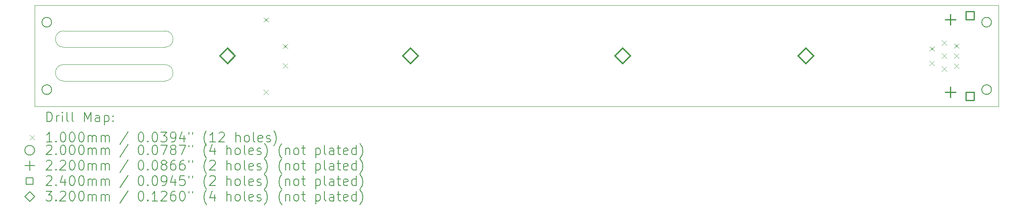
<source format=gbr>
%TF.GenerationSoftware,KiCad,Pcbnew,6.0.10*%
%TF.CreationDate,2023-01-30T14:16:12+03:00*%
%TF.ProjectId,heaters,68656174-6572-4732-9e6b-696361645f70,rev?*%
%TF.SameCoordinates,Original*%
%TF.FileFunction,Drillmap*%
%TF.FilePolarity,Positive*%
%FSLAX45Y45*%
G04 Gerber Fmt 4.5, Leading zero omitted, Abs format (unit mm)*
G04 Created by KiCad (PCBNEW 6.0.10) date 2023-01-30 14:16:12*
%MOMM*%
%LPD*%
G01*
G04 APERTURE LIST*
%ADD10C,0.100000*%
%ADD11C,0.200000*%
%ADD12C,0.220000*%
%ADD13C,0.240000*%
%ADD14C,0.320000*%
G04 APERTURE END LIST*
D10*
X7300000Y-4830000D02*
X5200000Y-4830000D01*
X5200000Y-5170000D02*
X7300000Y-5170000D01*
X7300000Y-5530000D02*
X5200000Y-5530000D01*
X5200000Y-5870000D02*
X7300000Y-5870000D01*
X5200000Y-5530000D02*
G75*
G03*
X5200000Y-5870000I0J-170000D01*
G01*
X5200000Y-4830000D02*
G75*
G03*
X5200000Y-5170000I0J-170000D01*
G01*
X7300000Y-5170000D02*
G75*
G03*
X7300000Y-4830000I0J170000D01*
G01*
X7300000Y-5870000D02*
G75*
G03*
X7300000Y-5530000I0J170000D01*
G01*
X4600000Y-4300000D02*
X24600000Y-4300000D01*
X24600000Y-4300000D02*
X24600000Y-6400000D01*
X24600000Y-6400000D02*
X4600000Y-6400000D01*
X4600000Y-6400000D02*
X4600000Y-4300000D01*
D11*
D10*
X9350000Y-4550000D02*
X9450000Y-4650000D01*
X9450000Y-4550000D02*
X9350000Y-4650000D01*
X9350000Y-6050000D02*
X9450000Y-6150000D01*
X9450000Y-6050000D02*
X9350000Y-6150000D01*
X9750000Y-5100000D02*
X9850000Y-5200000D01*
X9850000Y-5100000D02*
X9750000Y-5200000D01*
X9750000Y-5500000D02*
X9850000Y-5600000D01*
X9850000Y-5500000D02*
X9750000Y-5600000D01*
X23169000Y-5150140D02*
X23269000Y-5250140D01*
X23269000Y-5150140D02*
X23169000Y-5250140D01*
X23169000Y-5449860D02*
X23269000Y-5549860D01*
X23269000Y-5449860D02*
X23169000Y-5549860D01*
X23423000Y-5028220D02*
X23523000Y-5128220D01*
X23523000Y-5028220D02*
X23423000Y-5128220D01*
X23423000Y-5300000D02*
X23523000Y-5400000D01*
X23523000Y-5300000D02*
X23423000Y-5400000D01*
X23423000Y-5571780D02*
X23523000Y-5671780D01*
X23523000Y-5571780D02*
X23423000Y-5671780D01*
X23677000Y-5091720D02*
X23777000Y-5191720D01*
X23777000Y-5091720D02*
X23677000Y-5191720D01*
X23677000Y-5300000D02*
X23777000Y-5400000D01*
X23777000Y-5300000D02*
X23677000Y-5400000D01*
X23677000Y-5508280D02*
X23777000Y-5608280D01*
X23777000Y-5508280D02*
X23677000Y-5608280D01*
D11*
X4950000Y-4650000D02*
G75*
G03*
X4950000Y-4650000I-100000J0D01*
G01*
X4950000Y-6050000D02*
G75*
G03*
X4950000Y-6050000I-100000J0D01*
G01*
X24450000Y-4650000D02*
G75*
G03*
X24450000Y-4650000I-100000J0D01*
G01*
X24450000Y-6050000D02*
G75*
G03*
X24450000Y-6050000I-100000J0D01*
G01*
D12*
X23600000Y-4488160D02*
X23600000Y-4708160D01*
X23490000Y-4598160D02*
X23710000Y-4598160D01*
X23600000Y-5991840D02*
X23600000Y-6211840D01*
X23490000Y-6101840D02*
X23710000Y-6101840D01*
D13*
X24086174Y-4596654D02*
X24086174Y-4426946D01*
X23916466Y-4426946D01*
X23916466Y-4596654D01*
X24086174Y-4596654D01*
X24086174Y-6273054D02*
X24086174Y-6103346D01*
X23916466Y-6103346D01*
X23916466Y-6273054D01*
X24086174Y-6273054D01*
D14*
X8600000Y-5510000D02*
X8760000Y-5350000D01*
X8600000Y-5190000D01*
X8440000Y-5350000D01*
X8600000Y-5510000D01*
X12400000Y-5510000D02*
X12560000Y-5350000D01*
X12400000Y-5190000D01*
X12240000Y-5350000D01*
X12400000Y-5510000D01*
X16800000Y-5510000D02*
X16960000Y-5350000D01*
X16800000Y-5190000D01*
X16640000Y-5350000D01*
X16800000Y-5510000D01*
X20600000Y-5510000D02*
X20760000Y-5350000D01*
X20600000Y-5190000D01*
X20440000Y-5350000D01*
X20600000Y-5510000D01*
D11*
X4852619Y-6715476D02*
X4852619Y-6515476D01*
X4900238Y-6515476D01*
X4928810Y-6525000D01*
X4947857Y-6544048D01*
X4957381Y-6563095D01*
X4966905Y-6601190D01*
X4966905Y-6629762D01*
X4957381Y-6667857D01*
X4947857Y-6686905D01*
X4928810Y-6705952D01*
X4900238Y-6715476D01*
X4852619Y-6715476D01*
X5052619Y-6715476D02*
X5052619Y-6582143D01*
X5052619Y-6620238D02*
X5062143Y-6601190D01*
X5071667Y-6591667D01*
X5090714Y-6582143D01*
X5109762Y-6582143D01*
X5176429Y-6715476D02*
X5176429Y-6582143D01*
X5176429Y-6515476D02*
X5166905Y-6525000D01*
X5176429Y-6534524D01*
X5185952Y-6525000D01*
X5176429Y-6515476D01*
X5176429Y-6534524D01*
X5300238Y-6715476D02*
X5281190Y-6705952D01*
X5271667Y-6686905D01*
X5271667Y-6515476D01*
X5405000Y-6715476D02*
X5385952Y-6705952D01*
X5376429Y-6686905D01*
X5376429Y-6515476D01*
X5633571Y-6715476D02*
X5633571Y-6515476D01*
X5700238Y-6658333D01*
X5766905Y-6515476D01*
X5766905Y-6715476D01*
X5947857Y-6715476D02*
X5947857Y-6610714D01*
X5938333Y-6591667D01*
X5919286Y-6582143D01*
X5881190Y-6582143D01*
X5862143Y-6591667D01*
X5947857Y-6705952D02*
X5928809Y-6715476D01*
X5881190Y-6715476D01*
X5862143Y-6705952D01*
X5852619Y-6686905D01*
X5852619Y-6667857D01*
X5862143Y-6648809D01*
X5881190Y-6639286D01*
X5928809Y-6639286D01*
X5947857Y-6629762D01*
X6043095Y-6582143D02*
X6043095Y-6782143D01*
X6043095Y-6591667D02*
X6062143Y-6582143D01*
X6100238Y-6582143D01*
X6119286Y-6591667D01*
X6128809Y-6601190D01*
X6138333Y-6620238D01*
X6138333Y-6677381D01*
X6128809Y-6696428D01*
X6119286Y-6705952D01*
X6100238Y-6715476D01*
X6062143Y-6715476D01*
X6043095Y-6705952D01*
X6224048Y-6696428D02*
X6233571Y-6705952D01*
X6224048Y-6715476D01*
X6214524Y-6705952D01*
X6224048Y-6696428D01*
X6224048Y-6715476D01*
X6224048Y-6591667D02*
X6233571Y-6601190D01*
X6224048Y-6610714D01*
X6214524Y-6601190D01*
X6224048Y-6591667D01*
X6224048Y-6610714D01*
D10*
X4495000Y-6995000D02*
X4595000Y-7095000D01*
X4595000Y-6995000D02*
X4495000Y-7095000D01*
D11*
X4957381Y-7135476D02*
X4843095Y-7135476D01*
X4900238Y-7135476D02*
X4900238Y-6935476D01*
X4881190Y-6964048D01*
X4862143Y-6983095D01*
X4843095Y-6992619D01*
X5043095Y-7116428D02*
X5052619Y-7125952D01*
X5043095Y-7135476D01*
X5033571Y-7125952D01*
X5043095Y-7116428D01*
X5043095Y-7135476D01*
X5176429Y-6935476D02*
X5195476Y-6935476D01*
X5214524Y-6945000D01*
X5224048Y-6954524D01*
X5233571Y-6973571D01*
X5243095Y-7011667D01*
X5243095Y-7059286D01*
X5233571Y-7097381D01*
X5224048Y-7116428D01*
X5214524Y-7125952D01*
X5195476Y-7135476D01*
X5176429Y-7135476D01*
X5157381Y-7125952D01*
X5147857Y-7116428D01*
X5138333Y-7097381D01*
X5128810Y-7059286D01*
X5128810Y-7011667D01*
X5138333Y-6973571D01*
X5147857Y-6954524D01*
X5157381Y-6945000D01*
X5176429Y-6935476D01*
X5366905Y-6935476D02*
X5385952Y-6935476D01*
X5405000Y-6945000D01*
X5414524Y-6954524D01*
X5424048Y-6973571D01*
X5433571Y-7011667D01*
X5433571Y-7059286D01*
X5424048Y-7097381D01*
X5414524Y-7116428D01*
X5405000Y-7125952D01*
X5385952Y-7135476D01*
X5366905Y-7135476D01*
X5347857Y-7125952D01*
X5338333Y-7116428D01*
X5328810Y-7097381D01*
X5319286Y-7059286D01*
X5319286Y-7011667D01*
X5328810Y-6973571D01*
X5338333Y-6954524D01*
X5347857Y-6945000D01*
X5366905Y-6935476D01*
X5557381Y-6935476D02*
X5576429Y-6935476D01*
X5595476Y-6945000D01*
X5605000Y-6954524D01*
X5614524Y-6973571D01*
X5624048Y-7011667D01*
X5624048Y-7059286D01*
X5614524Y-7097381D01*
X5605000Y-7116428D01*
X5595476Y-7125952D01*
X5576429Y-7135476D01*
X5557381Y-7135476D01*
X5538333Y-7125952D01*
X5528810Y-7116428D01*
X5519286Y-7097381D01*
X5509762Y-7059286D01*
X5509762Y-7011667D01*
X5519286Y-6973571D01*
X5528810Y-6954524D01*
X5538333Y-6945000D01*
X5557381Y-6935476D01*
X5709762Y-7135476D02*
X5709762Y-7002143D01*
X5709762Y-7021190D02*
X5719286Y-7011667D01*
X5738333Y-7002143D01*
X5766905Y-7002143D01*
X5785952Y-7011667D01*
X5795476Y-7030714D01*
X5795476Y-7135476D01*
X5795476Y-7030714D02*
X5805000Y-7011667D01*
X5824048Y-7002143D01*
X5852619Y-7002143D01*
X5871667Y-7011667D01*
X5881190Y-7030714D01*
X5881190Y-7135476D01*
X5976428Y-7135476D02*
X5976428Y-7002143D01*
X5976428Y-7021190D02*
X5985952Y-7011667D01*
X6005000Y-7002143D01*
X6033571Y-7002143D01*
X6052619Y-7011667D01*
X6062143Y-7030714D01*
X6062143Y-7135476D01*
X6062143Y-7030714D02*
X6071667Y-7011667D01*
X6090714Y-7002143D01*
X6119286Y-7002143D01*
X6138333Y-7011667D01*
X6147857Y-7030714D01*
X6147857Y-7135476D01*
X6538333Y-6925952D02*
X6366905Y-7183095D01*
X6795476Y-6935476D02*
X6814524Y-6935476D01*
X6833571Y-6945000D01*
X6843095Y-6954524D01*
X6852619Y-6973571D01*
X6862143Y-7011667D01*
X6862143Y-7059286D01*
X6852619Y-7097381D01*
X6843095Y-7116428D01*
X6833571Y-7125952D01*
X6814524Y-7135476D01*
X6795476Y-7135476D01*
X6776428Y-7125952D01*
X6766905Y-7116428D01*
X6757381Y-7097381D01*
X6747857Y-7059286D01*
X6747857Y-7011667D01*
X6757381Y-6973571D01*
X6766905Y-6954524D01*
X6776428Y-6945000D01*
X6795476Y-6935476D01*
X6947857Y-7116428D02*
X6957381Y-7125952D01*
X6947857Y-7135476D01*
X6938333Y-7125952D01*
X6947857Y-7116428D01*
X6947857Y-7135476D01*
X7081190Y-6935476D02*
X7100238Y-6935476D01*
X7119286Y-6945000D01*
X7128809Y-6954524D01*
X7138333Y-6973571D01*
X7147857Y-7011667D01*
X7147857Y-7059286D01*
X7138333Y-7097381D01*
X7128809Y-7116428D01*
X7119286Y-7125952D01*
X7100238Y-7135476D01*
X7081190Y-7135476D01*
X7062143Y-7125952D01*
X7052619Y-7116428D01*
X7043095Y-7097381D01*
X7033571Y-7059286D01*
X7033571Y-7011667D01*
X7043095Y-6973571D01*
X7052619Y-6954524D01*
X7062143Y-6945000D01*
X7081190Y-6935476D01*
X7214524Y-6935476D02*
X7338333Y-6935476D01*
X7271667Y-7011667D01*
X7300238Y-7011667D01*
X7319286Y-7021190D01*
X7328809Y-7030714D01*
X7338333Y-7049762D01*
X7338333Y-7097381D01*
X7328809Y-7116428D01*
X7319286Y-7125952D01*
X7300238Y-7135476D01*
X7243095Y-7135476D01*
X7224048Y-7125952D01*
X7214524Y-7116428D01*
X7433571Y-7135476D02*
X7471667Y-7135476D01*
X7490714Y-7125952D01*
X7500238Y-7116428D01*
X7519286Y-7087857D01*
X7528809Y-7049762D01*
X7528809Y-6973571D01*
X7519286Y-6954524D01*
X7509762Y-6945000D01*
X7490714Y-6935476D01*
X7452619Y-6935476D01*
X7433571Y-6945000D01*
X7424048Y-6954524D01*
X7414524Y-6973571D01*
X7414524Y-7021190D01*
X7424048Y-7040238D01*
X7433571Y-7049762D01*
X7452619Y-7059286D01*
X7490714Y-7059286D01*
X7509762Y-7049762D01*
X7519286Y-7040238D01*
X7528809Y-7021190D01*
X7700238Y-7002143D02*
X7700238Y-7135476D01*
X7652619Y-6925952D02*
X7605000Y-7068809D01*
X7728809Y-7068809D01*
X7795476Y-6935476D02*
X7795476Y-6973571D01*
X7871667Y-6935476D02*
X7871667Y-6973571D01*
X8166905Y-7211667D02*
X8157381Y-7202143D01*
X8138333Y-7173571D01*
X8128809Y-7154524D01*
X8119286Y-7125952D01*
X8109762Y-7078333D01*
X8109762Y-7040238D01*
X8119286Y-6992619D01*
X8128809Y-6964048D01*
X8138333Y-6945000D01*
X8157381Y-6916428D01*
X8166905Y-6906905D01*
X8347857Y-7135476D02*
X8233571Y-7135476D01*
X8290714Y-7135476D02*
X8290714Y-6935476D01*
X8271667Y-6964048D01*
X8252619Y-6983095D01*
X8233571Y-6992619D01*
X8424048Y-6954524D02*
X8433571Y-6945000D01*
X8452619Y-6935476D01*
X8500238Y-6935476D01*
X8519286Y-6945000D01*
X8528810Y-6954524D01*
X8538333Y-6973571D01*
X8538333Y-6992619D01*
X8528810Y-7021190D01*
X8414524Y-7135476D01*
X8538333Y-7135476D01*
X8776429Y-7135476D02*
X8776429Y-6935476D01*
X8862143Y-7135476D02*
X8862143Y-7030714D01*
X8852619Y-7011667D01*
X8833571Y-7002143D01*
X8805000Y-7002143D01*
X8785952Y-7011667D01*
X8776429Y-7021190D01*
X8985952Y-7135476D02*
X8966905Y-7125952D01*
X8957381Y-7116428D01*
X8947857Y-7097381D01*
X8947857Y-7040238D01*
X8957381Y-7021190D01*
X8966905Y-7011667D01*
X8985952Y-7002143D01*
X9014524Y-7002143D01*
X9033571Y-7011667D01*
X9043095Y-7021190D01*
X9052619Y-7040238D01*
X9052619Y-7097381D01*
X9043095Y-7116428D01*
X9033571Y-7125952D01*
X9014524Y-7135476D01*
X8985952Y-7135476D01*
X9166905Y-7135476D02*
X9147857Y-7125952D01*
X9138333Y-7106905D01*
X9138333Y-6935476D01*
X9319286Y-7125952D02*
X9300238Y-7135476D01*
X9262143Y-7135476D01*
X9243095Y-7125952D01*
X9233571Y-7106905D01*
X9233571Y-7030714D01*
X9243095Y-7011667D01*
X9262143Y-7002143D01*
X9300238Y-7002143D01*
X9319286Y-7011667D01*
X9328810Y-7030714D01*
X9328810Y-7049762D01*
X9233571Y-7068809D01*
X9405000Y-7125952D02*
X9424048Y-7135476D01*
X9462143Y-7135476D01*
X9481190Y-7125952D01*
X9490714Y-7106905D01*
X9490714Y-7097381D01*
X9481190Y-7078333D01*
X9462143Y-7068809D01*
X9433571Y-7068809D01*
X9414524Y-7059286D01*
X9405000Y-7040238D01*
X9405000Y-7030714D01*
X9414524Y-7011667D01*
X9433571Y-7002143D01*
X9462143Y-7002143D01*
X9481190Y-7011667D01*
X9557381Y-7211667D02*
X9566905Y-7202143D01*
X9585952Y-7173571D01*
X9595476Y-7154524D01*
X9605000Y-7125952D01*
X9614524Y-7078333D01*
X9614524Y-7040238D01*
X9605000Y-6992619D01*
X9595476Y-6964048D01*
X9585952Y-6945000D01*
X9566905Y-6916428D01*
X9557381Y-6906905D01*
X4595000Y-7309000D02*
G75*
G03*
X4595000Y-7309000I-100000J0D01*
G01*
X4843095Y-7218524D02*
X4852619Y-7209000D01*
X4871667Y-7199476D01*
X4919286Y-7199476D01*
X4938333Y-7209000D01*
X4947857Y-7218524D01*
X4957381Y-7237571D01*
X4957381Y-7256619D01*
X4947857Y-7285190D01*
X4833571Y-7399476D01*
X4957381Y-7399476D01*
X5043095Y-7380428D02*
X5052619Y-7389952D01*
X5043095Y-7399476D01*
X5033571Y-7389952D01*
X5043095Y-7380428D01*
X5043095Y-7399476D01*
X5176429Y-7199476D02*
X5195476Y-7199476D01*
X5214524Y-7209000D01*
X5224048Y-7218524D01*
X5233571Y-7237571D01*
X5243095Y-7275667D01*
X5243095Y-7323286D01*
X5233571Y-7361381D01*
X5224048Y-7380428D01*
X5214524Y-7389952D01*
X5195476Y-7399476D01*
X5176429Y-7399476D01*
X5157381Y-7389952D01*
X5147857Y-7380428D01*
X5138333Y-7361381D01*
X5128810Y-7323286D01*
X5128810Y-7275667D01*
X5138333Y-7237571D01*
X5147857Y-7218524D01*
X5157381Y-7209000D01*
X5176429Y-7199476D01*
X5366905Y-7199476D02*
X5385952Y-7199476D01*
X5405000Y-7209000D01*
X5414524Y-7218524D01*
X5424048Y-7237571D01*
X5433571Y-7275667D01*
X5433571Y-7323286D01*
X5424048Y-7361381D01*
X5414524Y-7380428D01*
X5405000Y-7389952D01*
X5385952Y-7399476D01*
X5366905Y-7399476D01*
X5347857Y-7389952D01*
X5338333Y-7380428D01*
X5328810Y-7361381D01*
X5319286Y-7323286D01*
X5319286Y-7275667D01*
X5328810Y-7237571D01*
X5338333Y-7218524D01*
X5347857Y-7209000D01*
X5366905Y-7199476D01*
X5557381Y-7199476D02*
X5576429Y-7199476D01*
X5595476Y-7209000D01*
X5605000Y-7218524D01*
X5614524Y-7237571D01*
X5624048Y-7275667D01*
X5624048Y-7323286D01*
X5614524Y-7361381D01*
X5605000Y-7380428D01*
X5595476Y-7389952D01*
X5576429Y-7399476D01*
X5557381Y-7399476D01*
X5538333Y-7389952D01*
X5528810Y-7380428D01*
X5519286Y-7361381D01*
X5509762Y-7323286D01*
X5509762Y-7275667D01*
X5519286Y-7237571D01*
X5528810Y-7218524D01*
X5538333Y-7209000D01*
X5557381Y-7199476D01*
X5709762Y-7399476D02*
X5709762Y-7266143D01*
X5709762Y-7285190D02*
X5719286Y-7275667D01*
X5738333Y-7266143D01*
X5766905Y-7266143D01*
X5785952Y-7275667D01*
X5795476Y-7294714D01*
X5795476Y-7399476D01*
X5795476Y-7294714D02*
X5805000Y-7275667D01*
X5824048Y-7266143D01*
X5852619Y-7266143D01*
X5871667Y-7275667D01*
X5881190Y-7294714D01*
X5881190Y-7399476D01*
X5976428Y-7399476D02*
X5976428Y-7266143D01*
X5976428Y-7285190D02*
X5985952Y-7275667D01*
X6005000Y-7266143D01*
X6033571Y-7266143D01*
X6052619Y-7275667D01*
X6062143Y-7294714D01*
X6062143Y-7399476D01*
X6062143Y-7294714D02*
X6071667Y-7275667D01*
X6090714Y-7266143D01*
X6119286Y-7266143D01*
X6138333Y-7275667D01*
X6147857Y-7294714D01*
X6147857Y-7399476D01*
X6538333Y-7189952D02*
X6366905Y-7447095D01*
X6795476Y-7199476D02*
X6814524Y-7199476D01*
X6833571Y-7209000D01*
X6843095Y-7218524D01*
X6852619Y-7237571D01*
X6862143Y-7275667D01*
X6862143Y-7323286D01*
X6852619Y-7361381D01*
X6843095Y-7380428D01*
X6833571Y-7389952D01*
X6814524Y-7399476D01*
X6795476Y-7399476D01*
X6776428Y-7389952D01*
X6766905Y-7380428D01*
X6757381Y-7361381D01*
X6747857Y-7323286D01*
X6747857Y-7275667D01*
X6757381Y-7237571D01*
X6766905Y-7218524D01*
X6776428Y-7209000D01*
X6795476Y-7199476D01*
X6947857Y-7380428D02*
X6957381Y-7389952D01*
X6947857Y-7399476D01*
X6938333Y-7389952D01*
X6947857Y-7380428D01*
X6947857Y-7399476D01*
X7081190Y-7199476D02*
X7100238Y-7199476D01*
X7119286Y-7209000D01*
X7128809Y-7218524D01*
X7138333Y-7237571D01*
X7147857Y-7275667D01*
X7147857Y-7323286D01*
X7138333Y-7361381D01*
X7128809Y-7380428D01*
X7119286Y-7389952D01*
X7100238Y-7399476D01*
X7081190Y-7399476D01*
X7062143Y-7389952D01*
X7052619Y-7380428D01*
X7043095Y-7361381D01*
X7033571Y-7323286D01*
X7033571Y-7275667D01*
X7043095Y-7237571D01*
X7052619Y-7218524D01*
X7062143Y-7209000D01*
X7081190Y-7199476D01*
X7214524Y-7199476D02*
X7347857Y-7199476D01*
X7262143Y-7399476D01*
X7452619Y-7285190D02*
X7433571Y-7275667D01*
X7424048Y-7266143D01*
X7414524Y-7247095D01*
X7414524Y-7237571D01*
X7424048Y-7218524D01*
X7433571Y-7209000D01*
X7452619Y-7199476D01*
X7490714Y-7199476D01*
X7509762Y-7209000D01*
X7519286Y-7218524D01*
X7528809Y-7237571D01*
X7528809Y-7247095D01*
X7519286Y-7266143D01*
X7509762Y-7275667D01*
X7490714Y-7285190D01*
X7452619Y-7285190D01*
X7433571Y-7294714D01*
X7424048Y-7304238D01*
X7414524Y-7323286D01*
X7414524Y-7361381D01*
X7424048Y-7380428D01*
X7433571Y-7389952D01*
X7452619Y-7399476D01*
X7490714Y-7399476D01*
X7509762Y-7389952D01*
X7519286Y-7380428D01*
X7528809Y-7361381D01*
X7528809Y-7323286D01*
X7519286Y-7304238D01*
X7509762Y-7294714D01*
X7490714Y-7285190D01*
X7595476Y-7199476D02*
X7728809Y-7199476D01*
X7643095Y-7399476D01*
X7795476Y-7199476D02*
X7795476Y-7237571D01*
X7871667Y-7199476D02*
X7871667Y-7237571D01*
X8166905Y-7475667D02*
X8157381Y-7466143D01*
X8138333Y-7437571D01*
X8128809Y-7418524D01*
X8119286Y-7389952D01*
X8109762Y-7342333D01*
X8109762Y-7304238D01*
X8119286Y-7256619D01*
X8128809Y-7228048D01*
X8138333Y-7209000D01*
X8157381Y-7180428D01*
X8166905Y-7170905D01*
X8328809Y-7266143D02*
X8328809Y-7399476D01*
X8281190Y-7189952D02*
X8233571Y-7332809D01*
X8357381Y-7332809D01*
X8585952Y-7399476D02*
X8585952Y-7199476D01*
X8671667Y-7399476D02*
X8671667Y-7294714D01*
X8662143Y-7275667D01*
X8643095Y-7266143D01*
X8614524Y-7266143D01*
X8595476Y-7275667D01*
X8585952Y-7285190D01*
X8795476Y-7399476D02*
X8776429Y-7389952D01*
X8766905Y-7380428D01*
X8757381Y-7361381D01*
X8757381Y-7304238D01*
X8766905Y-7285190D01*
X8776429Y-7275667D01*
X8795476Y-7266143D01*
X8824048Y-7266143D01*
X8843095Y-7275667D01*
X8852619Y-7285190D01*
X8862143Y-7304238D01*
X8862143Y-7361381D01*
X8852619Y-7380428D01*
X8843095Y-7389952D01*
X8824048Y-7399476D01*
X8795476Y-7399476D01*
X8976429Y-7399476D02*
X8957381Y-7389952D01*
X8947857Y-7370905D01*
X8947857Y-7199476D01*
X9128810Y-7389952D02*
X9109762Y-7399476D01*
X9071667Y-7399476D01*
X9052619Y-7389952D01*
X9043095Y-7370905D01*
X9043095Y-7294714D01*
X9052619Y-7275667D01*
X9071667Y-7266143D01*
X9109762Y-7266143D01*
X9128810Y-7275667D01*
X9138333Y-7294714D01*
X9138333Y-7313762D01*
X9043095Y-7332809D01*
X9214524Y-7389952D02*
X9233571Y-7399476D01*
X9271667Y-7399476D01*
X9290714Y-7389952D01*
X9300238Y-7370905D01*
X9300238Y-7361381D01*
X9290714Y-7342333D01*
X9271667Y-7332809D01*
X9243095Y-7332809D01*
X9224048Y-7323286D01*
X9214524Y-7304238D01*
X9214524Y-7294714D01*
X9224048Y-7275667D01*
X9243095Y-7266143D01*
X9271667Y-7266143D01*
X9290714Y-7275667D01*
X9366905Y-7475667D02*
X9376429Y-7466143D01*
X9395476Y-7437571D01*
X9405000Y-7418524D01*
X9414524Y-7389952D01*
X9424048Y-7342333D01*
X9424048Y-7304238D01*
X9414524Y-7256619D01*
X9405000Y-7228048D01*
X9395476Y-7209000D01*
X9376429Y-7180428D01*
X9366905Y-7170905D01*
X9728810Y-7475667D02*
X9719286Y-7466143D01*
X9700238Y-7437571D01*
X9690714Y-7418524D01*
X9681190Y-7389952D01*
X9671667Y-7342333D01*
X9671667Y-7304238D01*
X9681190Y-7256619D01*
X9690714Y-7228048D01*
X9700238Y-7209000D01*
X9719286Y-7180428D01*
X9728810Y-7170905D01*
X9805000Y-7266143D02*
X9805000Y-7399476D01*
X9805000Y-7285190D02*
X9814524Y-7275667D01*
X9833571Y-7266143D01*
X9862143Y-7266143D01*
X9881190Y-7275667D01*
X9890714Y-7294714D01*
X9890714Y-7399476D01*
X10014524Y-7399476D02*
X9995476Y-7389952D01*
X9985952Y-7380428D01*
X9976429Y-7361381D01*
X9976429Y-7304238D01*
X9985952Y-7285190D01*
X9995476Y-7275667D01*
X10014524Y-7266143D01*
X10043095Y-7266143D01*
X10062143Y-7275667D01*
X10071667Y-7285190D01*
X10081190Y-7304238D01*
X10081190Y-7361381D01*
X10071667Y-7380428D01*
X10062143Y-7389952D01*
X10043095Y-7399476D01*
X10014524Y-7399476D01*
X10138333Y-7266143D02*
X10214524Y-7266143D01*
X10166905Y-7199476D02*
X10166905Y-7370905D01*
X10176429Y-7389952D01*
X10195476Y-7399476D01*
X10214524Y-7399476D01*
X10433571Y-7266143D02*
X10433571Y-7466143D01*
X10433571Y-7275667D02*
X10452619Y-7266143D01*
X10490714Y-7266143D01*
X10509762Y-7275667D01*
X10519286Y-7285190D01*
X10528810Y-7304238D01*
X10528810Y-7361381D01*
X10519286Y-7380428D01*
X10509762Y-7389952D01*
X10490714Y-7399476D01*
X10452619Y-7399476D01*
X10433571Y-7389952D01*
X10643095Y-7399476D02*
X10624048Y-7389952D01*
X10614524Y-7370905D01*
X10614524Y-7199476D01*
X10805000Y-7399476D02*
X10805000Y-7294714D01*
X10795476Y-7275667D01*
X10776429Y-7266143D01*
X10738333Y-7266143D01*
X10719286Y-7275667D01*
X10805000Y-7389952D02*
X10785952Y-7399476D01*
X10738333Y-7399476D01*
X10719286Y-7389952D01*
X10709762Y-7370905D01*
X10709762Y-7351857D01*
X10719286Y-7332809D01*
X10738333Y-7323286D01*
X10785952Y-7323286D01*
X10805000Y-7313762D01*
X10871667Y-7266143D02*
X10947857Y-7266143D01*
X10900238Y-7199476D02*
X10900238Y-7370905D01*
X10909762Y-7389952D01*
X10928810Y-7399476D01*
X10947857Y-7399476D01*
X11090714Y-7389952D02*
X11071667Y-7399476D01*
X11033571Y-7399476D01*
X11014524Y-7389952D01*
X11005000Y-7370905D01*
X11005000Y-7294714D01*
X11014524Y-7275667D01*
X11033571Y-7266143D01*
X11071667Y-7266143D01*
X11090714Y-7275667D01*
X11100238Y-7294714D01*
X11100238Y-7313762D01*
X11005000Y-7332809D01*
X11271667Y-7399476D02*
X11271667Y-7199476D01*
X11271667Y-7389952D02*
X11252619Y-7399476D01*
X11214524Y-7399476D01*
X11195476Y-7389952D01*
X11185952Y-7380428D01*
X11176429Y-7361381D01*
X11176429Y-7304238D01*
X11185952Y-7285190D01*
X11195476Y-7275667D01*
X11214524Y-7266143D01*
X11252619Y-7266143D01*
X11271667Y-7275667D01*
X11347857Y-7475667D02*
X11357381Y-7466143D01*
X11376428Y-7437571D01*
X11385952Y-7418524D01*
X11395476Y-7389952D01*
X11405000Y-7342333D01*
X11405000Y-7304238D01*
X11395476Y-7256619D01*
X11385952Y-7228048D01*
X11376428Y-7209000D01*
X11357381Y-7180428D01*
X11347857Y-7170905D01*
X4495000Y-7529000D02*
X4495000Y-7729000D01*
X4395000Y-7629000D02*
X4595000Y-7629000D01*
X4843095Y-7538524D02*
X4852619Y-7529000D01*
X4871667Y-7519476D01*
X4919286Y-7519476D01*
X4938333Y-7529000D01*
X4947857Y-7538524D01*
X4957381Y-7557571D01*
X4957381Y-7576619D01*
X4947857Y-7605190D01*
X4833571Y-7719476D01*
X4957381Y-7719476D01*
X5043095Y-7700428D02*
X5052619Y-7709952D01*
X5043095Y-7719476D01*
X5033571Y-7709952D01*
X5043095Y-7700428D01*
X5043095Y-7719476D01*
X5128810Y-7538524D02*
X5138333Y-7529000D01*
X5157381Y-7519476D01*
X5205000Y-7519476D01*
X5224048Y-7529000D01*
X5233571Y-7538524D01*
X5243095Y-7557571D01*
X5243095Y-7576619D01*
X5233571Y-7605190D01*
X5119286Y-7719476D01*
X5243095Y-7719476D01*
X5366905Y-7519476D02*
X5385952Y-7519476D01*
X5405000Y-7529000D01*
X5414524Y-7538524D01*
X5424048Y-7557571D01*
X5433571Y-7595667D01*
X5433571Y-7643286D01*
X5424048Y-7681381D01*
X5414524Y-7700428D01*
X5405000Y-7709952D01*
X5385952Y-7719476D01*
X5366905Y-7719476D01*
X5347857Y-7709952D01*
X5338333Y-7700428D01*
X5328810Y-7681381D01*
X5319286Y-7643286D01*
X5319286Y-7595667D01*
X5328810Y-7557571D01*
X5338333Y-7538524D01*
X5347857Y-7529000D01*
X5366905Y-7519476D01*
X5557381Y-7519476D02*
X5576429Y-7519476D01*
X5595476Y-7529000D01*
X5605000Y-7538524D01*
X5614524Y-7557571D01*
X5624048Y-7595667D01*
X5624048Y-7643286D01*
X5614524Y-7681381D01*
X5605000Y-7700428D01*
X5595476Y-7709952D01*
X5576429Y-7719476D01*
X5557381Y-7719476D01*
X5538333Y-7709952D01*
X5528810Y-7700428D01*
X5519286Y-7681381D01*
X5509762Y-7643286D01*
X5509762Y-7595667D01*
X5519286Y-7557571D01*
X5528810Y-7538524D01*
X5538333Y-7529000D01*
X5557381Y-7519476D01*
X5709762Y-7719476D02*
X5709762Y-7586143D01*
X5709762Y-7605190D02*
X5719286Y-7595667D01*
X5738333Y-7586143D01*
X5766905Y-7586143D01*
X5785952Y-7595667D01*
X5795476Y-7614714D01*
X5795476Y-7719476D01*
X5795476Y-7614714D02*
X5805000Y-7595667D01*
X5824048Y-7586143D01*
X5852619Y-7586143D01*
X5871667Y-7595667D01*
X5881190Y-7614714D01*
X5881190Y-7719476D01*
X5976428Y-7719476D02*
X5976428Y-7586143D01*
X5976428Y-7605190D02*
X5985952Y-7595667D01*
X6005000Y-7586143D01*
X6033571Y-7586143D01*
X6052619Y-7595667D01*
X6062143Y-7614714D01*
X6062143Y-7719476D01*
X6062143Y-7614714D02*
X6071667Y-7595667D01*
X6090714Y-7586143D01*
X6119286Y-7586143D01*
X6138333Y-7595667D01*
X6147857Y-7614714D01*
X6147857Y-7719476D01*
X6538333Y-7509952D02*
X6366905Y-7767095D01*
X6795476Y-7519476D02*
X6814524Y-7519476D01*
X6833571Y-7529000D01*
X6843095Y-7538524D01*
X6852619Y-7557571D01*
X6862143Y-7595667D01*
X6862143Y-7643286D01*
X6852619Y-7681381D01*
X6843095Y-7700428D01*
X6833571Y-7709952D01*
X6814524Y-7719476D01*
X6795476Y-7719476D01*
X6776428Y-7709952D01*
X6766905Y-7700428D01*
X6757381Y-7681381D01*
X6747857Y-7643286D01*
X6747857Y-7595667D01*
X6757381Y-7557571D01*
X6766905Y-7538524D01*
X6776428Y-7529000D01*
X6795476Y-7519476D01*
X6947857Y-7700428D02*
X6957381Y-7709952D01*
X6947857Y-7719476D01*
X6938333Y-7709952D01*
X6947857Y-7700428D01*
X6947857Y-7719476D01*
X7081190Y-7519476D02*
X7100238Y-7519476D01*
X7119286Y-7529000D01*
X7128809Y-7538524D01*
X7138333Y-7557571D01*
X7147857Y-7595667D01*
X7147857Y-7643286D01*
X7138333Y-7681381D01*
X7128809Y-7700428D01*
X7119286Y-7709952D01*
X7100238Y-7719476D01*
X7081190Y-7719476D01*
X7062143Y-7709952D01*
X7052619Y-7700428D01*
X7043095Y-7681381D01*
X7033571Y-7643286D01*
X7033571Y-7595667D01*
X7043095Y-7557571D01*
X7052619Y-7538524D01*
X7062143Y-7529000D01*
X7081190Y-7519476D01*
X7262143Y-7605190D02*
X7243095Y-7595667D01*
X7233571Y-7586143D01*
X7224048Y-7567095D01*
X7224048Y-7557571D01*
X7233571Y-7538524D01*
X7243095Y-7529000D01*
X7262143Y-7519476D01*
X7300238Y-7519476D01*
X7319286Y-7529000D01*
X7328809Y-7538524D01*
X7338333Y-7557571D01*
X7338333Y-7567095D01*
X7328809Y-7586143D01*
X7319286Y-7595667D01*
X7300238Y-7605190D01*
X7262143Y-7605190D01*
X7243095Y-7614714D01*
X7233571Y-7624238D01*
X7224048Y-7643286D01*
X7224048Y-7681381D01*
X7233571Y-7700428D01*
X7243095Y-7709952D01*
X7262143Y-7719476D01*
X7300238Y-7719476D01*
X7319286Y-7709952D01*
X7328809Y-7700428D01*
X7338333Y-7681381D01*
X7338333Y-7643286D01*
X7328809Y-7624238D01*
X7319286Y-7614714D01*
X7300238Y-7605190D01*
X7509762Y-7519476D02*
X7471667Y-7519476D01*
X7452619Y-7529000D01*
X7443095Y-7538524D01*
X7424048Y-7567095D01*
X7414524Y-7605190D01*
X7414524Y-7681381D01*
X7424048Y-7700428D01*
X7433571Y-7709952D01*
X7452619Y-7719476D01*
X7490714Y-7719476D01*
X7509762Y-7709952D01*
X7519286Y-7700428D01*
X7528809Y-7681381D01*
X7528809Y-7633762D01*
X7519286Y-7614714D01*
X7509762Y-7605190D01*
X7490714Y-7595667D01*
X7452619Y-7595667D01*
X7433571Y-7605190D01*
X7424048Y-7614714D01*
X7414524Y-7633762D01*
X7700238Y-7519476D02*
X7662143Y-7519476D01*
X7643095Y-7529000D01*
X7633571Y-7538524D01*
X7614524Y-7567095D01*
X7605000Y-7605190D01*
X7605000Y-7681381D01*
X7614524Y-7700428D01*
X7624048Y-7709952D01*
X7643095Y-7719476D01*
X7681190Y-7719476D01*
X7700238Y-7709952D01*
X7709762Y-7700428D01*
X7719286Y-7681381D01*
X7719286Y-7633762D01*
X7709762Y-7614714D01*
X7700238Y-7605190D01*
X7681190Y-7595667D01*
X7643095Y-7595667D01*
X7624048Y-7605190D01*
X7614524Y-7614714D01*
X7605000Y-7633762D01*
X7795476Y-7519476D02*
X7795476Y-7557571D01*
X7871667Y-7519476D02*
X7871667Y-7557571D01*
X8166905Y-7795667D02*
X8157381Y-7786143D01*
X8138333Y-7757571D01*
X8128809Y-7738524D01*
X8119286Y-7709952D01*
X8109762Y-7662333D01*
X8109762Y-7624238D01*
X8119286Y-7576619D01*
X8128809Y-7548048D01*
X8138333Y-7529000D01*
X8157381Y-7500428D01*
X8166905Y-7490905D01*
X8233571Y-7538524D02*
X8243095Y-7529000D01*
X8262143Y-7519476D01*
X8309762Y-7519476D01*
X8328809Y-7529000D01*
X8338333Y-7538524D01*
X8347857Y-7557571D01*
X8347857Y-7576619D01*
X8338333Y-7605190D01*
X8224048Y-7719476D01*
X8347857Y-7719476D01*
X8585952Y-7719476D02*
X8585952Y-7519476D01*
X8671667Y-7719476D02*
X8671667Y-7614714D01*
X8662143Y-7595667D01*
X8643095Y-7586143D01*
X8614524Y-7586143D01*
X8595476Y-7595667D01*
X8585952Y-7605190D01*
X8795476Y-7719476D02*
X8776429Y-7709952D01*
X8766905Y-7700428D01*
X8757381Y-7681381D01*
X8757381Y-7624238D01*
X8766905Y-7605190D01*
X8776429Y-7595667D01*
X8795476Y-7586143D01*
X8824048Y-7586143D01*
X8843095Y-7595667D01*
X8852619Y-7605190D01*
X8862143Y-7624238D01*
X8862143Y-7681381D01*
X8852619Y-7700428D01*
X8843095Y-7709952D01*
X8824048Y-7719476D01*
X8795476Y-7719476D01*
X8976429Y-7719476D02*
X8957381Y-7709952D01*
X8947857Y-7690905D01*
X8947857Y-7519476D01*
X9128810Y-7709952D02*
X9109762Y-7719476D01*
X9071667Y-7719476D01*
X9052619Y-7709952D01*
X9043095Y-7690905D01*
X9043095Y-7614714D01*
X9052619Y-7595667D01*
X9071667Y-7586143D01*
X9109762Y-7586143D01*
X9128810Y-7595667D01*
X9138333Y-7614714D01*
X9138333Y-7633762D01*
X9043095Y-7652809D01*
X9214524Y-7709952D02*
X9233571Y-7719476D01*
X9271667Y-7719476D01*
X9290714Y-7709952D01*
X9300238Y-7690905D01*
X9300238Y-7681381D01*
X9290714Y-7662333D01*
X9271667Y-7652809D01*
X9243095Y-7652809D01*
X9224048Y-7643286D01*
X9214524Y-7624238D01*
X9214524Y-7614714D01*
X9224048Y-7595667D01*
X9243095Y-7586143D01*
X9271667Y-7586143D01*
X9290714Y-7595667D01*
X9366905Y-7795667D02*
X9376429Y-7786143D01*
X9395476Y-7757571D01*
X9405000Y-7738524D01*
X9414524Y-7709952D01*
X9424048Y-7662333D01*
X9424048Y-7624238D01*
X9414524Y-7576619D01*
X9405000Y-7548048D01*
X9395476Y-7529000D01*
X9376429Y-7500428D01*
X9366905Y-7490905D01*
X9728810Y-7795667D02*
X9719286Y-7786143D01*
X9700238Y-7757571D01*
X9690714Y-7738524D01*
X9681190Y-7709952D01*
X9671667Y-7662333D01*
X9671667Y-7624238D01*
X9681190Y-7576619D01*
X9690714Y-7548048D01*
X9700238Y-7529000D01*
X9719286Y-7500428D01*
X9728810Y-7490905D01*
X9805000Y-7586143D02*
X9805000Y-7719476D01*
X9805000Y-7605190D02*
X9814524Y-7595667D01*
X9833571Y-7586143D01*
X9862143Y-7586143D01*
X9881190Y-7595667D01*
X9890714Y-7614714D01*
X9890714Y-7719476D01*
X10014524Y-7719476D02*
X9995476Y-7709952D01*
X9985952Y-7700428D01*
X9976429Y-7681381D01*
X9976429Y-7624238D01*
X9985952Y-7605190D01*
X9995476Y-7595667D01*
X10014524Y-7586143D01*
X10043095Y-7586143D01*
X10062143Y-7595667D01*
X10071667Y-7605190D01*
X10081190Y-7624238D01*
X10081190Y-7681381D01*
X10071667Y-7700428D01*
X10062143Y-7709952D01*
X10043095Y-7719476D01*
X10014524Y-7719476D01*
X10138333Y-7586143D02*
X10214524Y-7586143D01*
X10166905Y-7519476D02*
X10166905Y-7690905D01*
X10176429Y-7709952D01*
X10195476Y-7719476D01*
X10214524Y-7719476D01*
X10433571Y-7586143D02*
X10433571Y-7786143D01*
X10433571Y-7595667D02*
X10452619Y-7586143D01*
X10490714Y-7586143D01*
X10509762Y-7595667D01*
X10519286Y-7605190D01*
X10528810Y-7624238D01*
X10528810Y-7681381D01*
X10519286Y-7700428D01*
X10509762Y-7709952D01*
X10490714Y-7719476D01*
X10452619Y-7719476D01*
X10433571Y-7709952D01*
X10643095Y-7719476D02*
X10624048Y-7709952D01*
X10614524Y-7690905D01*
X10614524Y-7519476D01*
X10805000Y-7719476D02*
X10805000Y-7614714D01*
X10795476Y-7595667D01*
X10776429Y-7586143D01*
X10738333Y-7586143D01*
X10719286Y-7595667D01*
X10805000Y-7709952D02*
X10785952Y-7719476D01*
X10738333Y-7719476D01*
X10719286Y-7709952D01*
X10709762Y-7690905D01*
X10709762Y-7671857D01*
X10719286Y-7652809D01*
X10738333Y-7643286D01*
X10785952Y-7643286D01*
X10805000Y-7633762D01*
X10871667Y-7586143D02*
X10947857Y-7586143D01*
X10900238Y-7519476D02*
X10900238Y-7690905D01*
X10909762Y-7709952D01*
X10928810Y-7719476D01*
X10947857Y-7719476D01*
X11090714Y-7709952D02*
X11071667Y-7719476D01*
X11033571Y-7719476D01*
X11014524Y-7709952D01*
X11005000Y-7690905D01*
X11005000Y-7614714D01*
X11014524Y-7595667D01*
X11033571Y-7586143D01*
X11071667Y-7586143D01*
X11090714Y-7595667D01*
X11100238Y-7614714D01*
X11100238Y-7633762D01*
X11005000Y-7652809D01*
X11271667Y-7719476D02*
X11271667Y-7519476D01*
X11271667Y-7709952D02*
X11252619Y-7719476D01*
X11214524Y-7719476D01*
X11195476Y-7709952D01*
X11185952Y-7700428D01*
X11176429Y-7681381D01*
X11176429Y-7624238D01*
X11185952Y-7605190D01*
X11195476Y-7595667D01*
X11214524Y-7586143D01*
X11252619Y-7586143D01*
X11271667Y-7595667D01*
X11347857Y-7795667D02*
X11357381Y-7786143D01*
X11376428Y-7757571D01*
X11385952Y-7738524D01*
X11395476Y-7709952D01*
X11405000Y-7662333D01*
X11405000Y-7624238D01*
X11395476Y-7576619D01*
X11385952Y-7548048D01*
X11376428Y-7529000D01*
X11357381Y-7500428D01*
X11347857Y-7490905D01*
X4565711Y-8019711D02*
X4565711Y-7878289D01*
X4424289Y-7878289D01*
X4424289Y-8019711D01*
X4565711Y-8019711D01*
X4843095Y-7858524D02*
X4852619Y-7849000D01*
X4871667Y-7839476D01*
X4919286Y-7839476D01*
X4938333Y-7849000D01*
X4947857Y-7858524D01*
X4957381Y-7877571D01*
X4957381Y-7896619D01*
X4947857Y-7925190D01*
X4833571Y-8039476D01*
X4957381Y-8039476D01*
X5043095Y-8020428D02*
X5052619Y-8029952D01*
X5043095Y-8039476D01*
X5033571Y-8029952D01*
X5043095Y-8020428D01*
X5043095Y-8039476D01*
X5224048Y-7906143D02*
X5224048Y-8039476D01*
X5176429Y-7829952D02*
X5128810Y-7972809D01*
X5252619Y-7972809D01*
X5366905Y-7839476D02*
X5385952Y-7839476D01*
X5405000Y-7849000D01*
X5414524Y-7858524D01*
X5424048Y-7877571D01*
X5433571Y-7915667D01*
X5433571Y-7963286D01*
X5424048Y-8001381D01*
X5414524Y-8020428D01*
X5405000Y-8029952D01*
X5385952Y-8039476D01*
X5366905Y-8039476D01*
X5347857Y-8029952D01*
X5338333Y-8020428D01*
X5328810Y-8001381D01*
X5319286Y-7963286D01*
X5319286Y-7915667D01*
X5328810Y-7877571D01*
X5338333Y-7858524D01*
X5347857Y-7849000D01*
X5366905Y-7839476D01*
X5557381Y-7839476D02*
X5576429Y-7839476D01*
X5595476Y-7849000D01*
X5605000Y-7858524D01*
X5614524Y-7877571D01*
X5624048Y-7915667D01*
X5624048Y-7963286D01*
X5614524Y-8001381D01*
X5605000Y-8020428D01*
X5595476Y-8029952D01*
X5576429Y-8039476D01*
X5557381Y-8039476D01*
X5538333Y-8029952D01*
X5528810Y-8020428D01*
X5519286Y-8001381D01*
X5509762Y-7963286D01*
X5509762Y-7915667D01*
X5519286Y-7877571D01*
X5528810Y-7858524D01*
X5538333Y-7849000D01*
X5557381Y-7839476D01*
X5709762Y-8039476D02*
X5709762Y-7906143D01*
X5709762Y-7925190D02*
X5719286Y-7915667D01*
X5738333Y-7906143D01*
X5766905Y-7906143D01*
X5785952Y-7915667D01*
X5795476Y-7934714D01*
X5795476Y-8039476D01*
X5795476Y-7934714D02*
X5805000Y-7915667D01*
X5824048Y-7906143D01*
X5852619Y-7906143D01*
X5871667Y-7915667D01*
X5881190Y-7934714D01*
X5881190Y-8039476D01*
X5976428Y-8039476D02*
X5976428Y-7906143D01*
X5976428Y-7925190D02*
X5985952Y-7915667D01*
X6005000Y-7906143D01*
X6033571Y-7906143D01*
X6052619Y-7915667D01*
X6062143Y-7934714D01*
X6062143Y-8039476D01*
X6062143Y-7934714D02*
X6071667Y-7915667D01*
X6090714Y-7906143D01*
X6119286Y-7906143D01*
X6138333Y-7915667D01*
X6147857Y-7934714D01*
X6147857Y-8039476D01*
X6538333Y-7829952D02*
X6366905Y-8087095D01*
X6795476Y-7839476D02*
X6814524Y-7839476D01*
X6833571Y-7849000D01*
X6843095Y-7858524D01*
X6852619Y-7877571D01*
X6862143Y-7915667D01*
X6862143Y-7963286D01*
X6852619Y-8001381D01*
X6843095Y-8020428D01*
X6833571Y-8029952D01*
X6814524Y-8039476D01*
X6795476Y-8039476D01*
X6776428Y-8029952D01*
X6766905Y-8020428D01*
X6757381Y-8001381D01*
X6747857Y-7963286D01*
X6747857Y-7915667D01*
X6757381Y-7877571D01*
X6766905Y-7858524D01*
X6776428Y-7849000D01*
X6795476Y-7839476D01*
X6947857Y-8020428D02*
X6957381Y-8029952D01*
X6947857Y-8039476D01*
X6938333Y-8029952D01*
X6947857Y-8020428D01*
X6947857Y-8039476D01*
X7081190Y-7839476D02*
X7100238Y-7839476D01*
X7119286Y-7849000D01*
X7128809Y-7858524D01*
X7138333Y-7877571D01*
X7147857Y-7915667D01*
X7147857Y-7963286D01*
X7138333Y-8001381D01*
X7128809Y-8020428D01*
X7119286Y-8029952D01*
X7100238Y-8039476D01*
X7081190Y-8039476D01*
X7062143Y-8029952D01*
X7052619Y-8020428D01*
X7043095Y-8001381D01*
X7033571Y-7963286D01*
X7033571Y-7915667D01*
X7043095Y-7877571D01*
X7052619Y-7858524D01*
X7062143Y-7849000D01*
X7081190Y-7839476D01*
X7243095Y-8039476D02*
X7281190Y-8039476D01*
X7300238Y-8029952D01*
X7309762Y-8020428D01*
X7328809Y-7991857D01*
X7338333Y-7953762D01*
X7338333Y-7877571D01*
X7328809Y-7858524D01*
X7319286Y-7849000D01*
X7300238Y-7839476D01*
X7262143Y-7839476D01*
X7243095Y-7849000D01*
X7233571Y-7858524D01*
X7224048Y-7877571D01*
X7224048Y-7925190D01*
X7233571Y-7944238D01*
X7243095Y-7953762D01*
X7262143Y-7963286D01*
X7300238Y-7963286D01*
X7319286Y-7953762D01*
X7328809Y-7944238D01*
X7338333Y-7925190D01*
X7509762Y-7906143D02*
X7509762Y-8039476D01*
X7462143Y-7829952D02*
X7414524Y-7972809D01*
X7538333Y-7972809D01*
X7709762Y-7839476D02*
X7614524Y-7839476D01*
X7605000Y-7934714D01*
X7614524Y-7925190D01*
X7633571Y-7915667D01*
X7681190Y-7915667D01*
X7700238Y-7925190D01*
X7709762Y-7934714D01*
X7719286Y-7953762D01*
X7719286Y-8001381D01*
X7709762Y-8020428D01*
X7700238Y-8029952D01*
X7681190Y-8039476D01*
X7633571Y-8039476D01*
X7614524Y-8029952D01*
X7605000Y-8020428D01*
X7795476Y-7839476D02*
X7795476Y-7877571D01*
X7871667Y-7839476D02*
X7871667Y-7877571D01*
X8166905Y-8115667D02*
X8157381Y-8106143D01*
X8138333Y-8077571D01*
X8128809Y-8058524D01*
X8119286Y-8029952D01*
X8109762Y-7982333D01*
X8109762Y-7944238D01*
X8119286Y-7896619D01*
X8128809Y-7868048D01*
X8138333Y-7849000D01*
X8157381Y-7820428D01*
X8166905Y-7810905D01*
X8233571Y-7858524D02*
X8243095Y-7849000D01*
X8262143Y-7839476D01*
X8309762Y-7839476D01*
X8328809Y-7849000D01*
X8338333Y-7858524D01*
X8347857Y-7877571D01*
X8347857Y-7896619D01*
X8338333Y-7925190D01*
X8224048Y-8039476D01*
X8347857Y-8039476D01*
X8585952Y-8039476D02*
X8585952Y-7839476D01*
X8671667Y-8039476D02*
X8671667Y-7934714D01*
X8662143Y-7915667D01*
X8643095Y-7906143D01*
X8614524Y-7906143D01*
X8595476Y-7915667D01*
X8585952Y-7925190D01*
X8795476Y-8039476D02*
X8776429Y-8029952D01*
X8766905Y-8020428D01*
X8757381Y-8001381D01*
X8757381Y-7944238D01*
X8766905Y-7925190D01*
X8776429Y-7915667D01*
X8795476Y-7906143D01*
X8824048Y-7906143D01*
X8843095Y-7915667D01*
X8852619Y-7925190D01*
X8862143Y-7944238D01*
X8862143Y-8001381D01*
X8852619Y-8020428D01*
X8843095Y-8029952D01*
X8824048Y-8039476D01*
X8795476Y-8039476D01*
X8976429Y-8039476D02*
X8957381Y-8029952D01*
X8947857Y-8010905D01*
X8947857Y-7839476D01*
X9128810Y-8029952D02*
X9109762Y-8039476D01*
X9071667Y-8039476D01*
X9052619Y-8029952D01*
X9043095Y-8010905D01*
X9043095Y-7934714D01*
X9052619Y-7915667D01*
X9071667Y-7906143D01*
X9109762Y-7906143D01*
X9128810Y-7915667D01*
X9138333Y-7934714D01*
X9138333Y-7953762D01*
X9043095Y-7972809D01*
X9214524Y-8029952D02*
X9233571Y-8039476D01*
X9271667Y-8039476D01*
X9290714Y-8029952D01*
X9300238Y-8010905D01*
X9300238Y-8001381D01*
X9290714Y-7982333D01*
X9271667Y-7972809D01*
X9243095Y-7972809D01*
X9224048Y-7963286D01*
X9214524Y-7944238D01*
X9214524Y-7934714D01*
X9224048Y-7915667D01*
X9243095Y-7906143D01*
X9271667Y-7906143D01*
X9290714Y-7915667D01*
X9366905Y-8115667D02*
X9376429Y-8106143D01*
X9395476Y-8077571D01*
X9405000Y-8058524D01*
X9414524Y-8029952D01*
X9424048Y-7982333D01*
X9424048Y-7944238D01*
X9414524Y-7896619D01*
X9405000Y-7868048D01*
X9395476Y-7849000D01*
X9376429Y-7820428D01*
X9366905Y-7810905D01*
X9728810Y-8115667D02*
X9719286Y-8106143D01*
X9700238Y-8077571D01*
X9690714Y-8058524D01*
X9681190Y-8029952D01*
X9671667Y-7982333D01*
X9671667Y-7944238D01*
X9681190Y-7896619D01*
X9690714Y-7868048D01*
X9700238Y-7849000D01*
X9719286Y-7820428D01*
X9728810Y-7810905D01*
X9805000Y-7906143D02*
X9805000Y-8039476D01*
X9805000Y-7925190D02*
X9814524Y-7915667D01*
X9833571Y-7906143D01*
X9862143Y-7906143D01*
X9881190Y-7915667D01*
X9890714Y-7934714D01*
X9890714Y-8039476D01*
X10014524Y-8039476D02*
X9995476Y-8029952D01*
X9985952Y-8020428D01*
X9976429Y-8001381D01*
X9976429Y-7944238D01*
X9985952Y-7925190D01*
X9995476Y-7915667D01*
X10014524Y-7906143D01*
X10043095Y-7906143D01*
X10062143Y-7915667D01*
X10071667Y-7925190D01*
X10081190Y-7944238D01*
X10081190Y-8001381D01*
X10071667Y-8020428D01*
X10062143Y-8029952D01*
X10043095Y-8039476D01*
X10014524Y-8039476D01*
X10138333Y-7906143D02*
X10214524Y-7906143D01*
X10166905Y-7839476D02*
X10166905Y-8010905D01*
X10176429Y-8029952D01*
X10195476Y-8039476D01*
X10214524Y-8039476D01*
X10433571Y-7906143D02*
X10433571Y-8106143D01*
X10433571Y-7915667D02*
X10452619Y-7906143D01*
X10490714Y-7906143D01*
X10509762Y-7915667D01*
X10519286Y-7925190D01*
X10528810Y-7944238D01*
X10528810Y-8001381D01*
X10519286Y-8020428D01*
X10509762Y-8029952D01*
X10490714Y-8039476D01*
X10452619Y-8039476D01*
X10433571Y-8029952D01*
X10643095Y-8039476D02*
X10624048Y-8029952D01*
X10614524Y-8010905D01*
X10614524Y-7839476D01*
X10805000Y-8039476D02*
X10805000Y-7934714D01*
X10795476Y-7915667D01*
X10776429Y-7906143D01*
X10738333Y-7906143D01*
X10719286Y-7915667D01*
X10805000Y-8029952D02*
X10785952Y-8039476D01*
X10738333Y-8039476D01*
X10719286Y-8029952D01*
X10709762Y-8010905D01*
X10709762Y-7991857D01*
X10719286Y-7972809D01*
X10738333Y-7963286D01*
X10785952Y-7963286D01*
X10805000Y-7953762D01*
X10871667Y-7906143D02*
X10947857Y-7906143D01*
X10900238Y-7839476D02*
X10900238Y-8010905D01*
X10909762Y-8029952D01*
X10928810Y-8039476D01*
X10947857Y-8039476D01*
X11090714Y-8029952D02*
X11071667Y-8039476D01*
X11033571Y-8039476D01*
X11014524Y-8029952D01*
X11005000Y-8010905D01*
X11005000Y-7934714D01*
X11014524Y-7915667D01*
X11033571Y-7906143D01*
X11071667Y-7906143D01*
X11090714Y-7915667D01*
X11100238Y-7934714D01*
X11100238Y-7953762D01*
X11005000Y-7972809D01*
X11271667Y-8039476D02*
X11271667Y-7839476D01*
X11271667Y-8029952D02*
X11252619Y-8039476D01*
X11214524Y-8039476D01*
X11195476Y-8029952D01*
X11185952Y-8020428D01*
X11176429Y-8001381D01*
X11176429Y-7944238D01*
X11185952Y-7925190D01*
X11195476Y-7915667D01*
X11214524Y-7906143D01*
X11252619Y-7906143D01*
X11271667Y-7915667D01*
X11347857Y-8115667D02*
X11357381Y-8106143D01*
X11376428Y-8077571D01*
X11385952Y-8058524D01*
X11395476Y-8029952D01*
X11405000Y-7982333D01*
X11405000Y-7944238D01*
X11395476Y-7896619D01*
X11385952Y-7868048D01*
X11376428Y-7849000D01*
X11357381Y-7820428D01*
X11347857Y-7810905D01*
X4495000Y-8369000D02*
X4595000Y-8269000D01*
X4495000Y-8169000D01*
X4395000Y-8269000D01*
X4495000Y-8369000D01*
X4833571Y-8159476D02*
X4957381Y-8159476D01*
X4890714Y-8235667D01*
X4919286Y-8235667D01*
X4938333Y-8245190D01*
X4947857Y-8254714D01*
X4957381Y-8273762D01*
X4957381Y-8321381D01*
X4947857Y-8340428D01*
X4938333Y-8349952D01*
X4919286Y-8359476D01*
X4862143Y-8359476D01*
X4843095Y-8349952D01*
X4833571Y-8340428D01*
X5043095Y-8340428D02*
X5052619Y-8349952D01*
X5043095Y-8359476D01*
X5033571Y-8349952D01*
X5043095Y-8340428D01*
X5043095Y-8359476D01*
X5128810Y-8178524D02*
X5138333Y-8169000D01*
X5157381Y-8159476D01*
X5205000Y-8159476D01*
X5224048Y-8169000D01*
X5233571Y-8178524D01*
X5243095Y-8197571D01*
X5243095Y-8216619D01*
X5233571Y-8245190D01*
X5119286Y-8359476D01*
X5243095Y-8359476D01*
X5366905Y-8159476D02*
X5385952Y-8159476D01*
X5405000Y-8169000D01*
X5414524Y-8178524D01*
X5424048Y-8197571D01*
X5433571Y-8235667D01*
X5433571Y-8283286D01*
X5424048Y-8321381D01*
X5414524Y-8340428D01*
X5405000Y-8349952D01*
X5385952Y-8359476D01*
X5366905Y-8359476D01*
X5347857Y-8349952D01*
X5338333Y-8340428D01*
X5328810Y-8321381D01*
X5319286Y-8283286D01*
X5319286Y-8235667D01*
X5328810Y-8197571D01*
X5338333Y-8178524D01*
X5347857Y-8169000D01*
X5366905Y-8159476D01*
X5557381Y-8159476D02*
X5576429Y-8159476D01*
X5595476Y-8169000D01*
X5605000Y-8178524D01*
X5614524Y-8197571D01*
X5624048Y-8235667D01*
X5624048Y-8283286D01*
X5614524Y-8321381D01*
X5605000Y-8340428D01*
X5595476Y-8349952D01*
X5576429Y-8359476D01*
X5557381Y-8359476D01*
X5538333Y-8349952D01*
X5528810Y-8340428D01*
X5519286Y-8321381D01*
X5509762Y-8283286D01*
X5509762Y-8235667D01*
X5519286Y-8197571D01*
X5528810Y-8178524D01*
X5538333Y-8169000D01*
X5557381Y-8159476D01*
X5709762Y-8359476D02*
X5709762Y-8226143D01*
X5709762Y-8245190D02*
X5719286Y-8235667D01*
X5738333Y-8226143D01*
X5766905Y-8226143D01*
X5785952Y-8235667D01*
X5795476Y-8254714D01*
X5795476Y-8359476D01*
X5795476Y-8254714D02*
X5805000Y-8235667D01*
X5824048Y-8226143D01*
X5852619Y-8226143D01*
X5871667Y-8235667D01*
X5881190Y-8254714D01*
X5881190Y-8359476D01*
X5976428Y-8359476D02*
X5976428Y-8226143D01*
X5976428Y-8245190D02*
X5985952Y-8235667D01*
X6005000Y-8226143D01*
X6033571Y-8226143D01*
X6052619Y-8235667D01*
X6062143Y-8254714D01*
X6062143Y-8359476D01*
X6062143Y-8254714D02*
X6071667Y-8235667D01*
X6090714Y-8226143D01*
X6119286Y-8226143D01*
X6138333Y-8235667D01*
X6147857Y-8254714D01*
X6147857Y-8359476D01*
X6538333Y-8149952D02*
X6366905Y-8407095D01*
X6795476Y-8159476D02*
X6814524Y-8159476D01*
X6833571Y-8169000D01*
X6843095Y-8178524D01*
X6852619Y-8197571D01*
X6862143Y-8235667D01*
X6862143Y-8283286D01*
X6852619Y-8321381D01*
X6843095Y-8340428D01*
X6833571Y-8349952D01*
X6814524Y-8359476D01*
X6795476Y-8359476D01*
X6776428Y-8349952D01*
X6766905Y-8340428D01*
X6757381Y-8321381D01*
X6747857Y-8283286D01*
X6747857Y-8235667D01*
X6757381Y-8197571D01*
X6766905Y-8178524D01*
X6776428Y-8169000D01*
X6795476Y-8159476D01*
X6947857Y-8340428D02*
X6957381Y-8349952D01*
X6947857Y-8359476D01*
X6938333Y-8349952D01*
X6947857Y-8340428D01*
X6947857Y-8359476D01*
X7147857Y-8359476D02*
X7033571Y-8359476D01*
X7090714Y-8359476D02*
X7090714Y-8159476D01*
X7071667Y-8188048D01*
X7052619Y-8207095D01*
X7033571Y-8216619D01*
X7224048Y-8178524D02*
X7233571Y-8169000D01*
X7252619Y-8159476D01*
X7300238Y-8159476D01*
X7319286Y-8169000D01*
X7328809Y-8178524D01*
X7338333Y-8197571D01*
X7338333Y-8216619D01*
X7328809Y-8245190D01*
X7214524Y-8359476D01*
X7338333Y-8359476D01*
X7509762Y-8159476D02*
X7471667Y-8159476D01*
X7452619Y-8169000D01*
X7443095Y-8178524D01*
X7424048Y-8207095D01*
X7414524Y-8245190D01*
X7414524Y-8321381D01*
X7424048Y-8340428D01*
X7433571Y-8349952D01*
X7452619Y-8359476D01*
X7490714Y-8359476D01*
X7509762Y-8349952D01*
X7519286Y-8340428D01*
X7528809Y-8321381D01*
X7528809Y-8273762D01*
X7519286Y-8254714D01*
X7509762Y-8245190D01*
X7490714Y-8235667D01*
X7452619Y-8235667D01*
X7433571Y-8245190D01*
X7424048Y-8254714D01*
X7414524Y-8273762D01*
X7652619Y-8159476D02*
X7671667Y-8159476D01*
X7690714Y-8169000D01*
X7700238Y-8178524D01*
X7709762Y-8197571D01*
X7719286Y-8235667D01*
X7719286Y-8283286D01*
X7709762Y-8321381D01*
X7700238Y-8340428D01*
X7690714Y-8349952D01*
X7671667Y-8359476D01*
X7652619Y-8359476D01*
X7633571Y-8349952D01*
X7624048Y-8340428D01*
X7614524Y-8321381D01*
X7605000Y-8283286D01*
X7605000Y-8235667D01*
X7614524Y-8197571D01*
X7624048Y-8178524D01*
X7633571Y-8169000D01*
X7652619Y-8159476D01*
X7795476Y-8159476D02*
X7795476Y-8197571D01*
X7871667Y-8159476D02*
X7871667Y-8197571D01*
X8166905Y-8435667D02*
X8157381Y-8426143D01*
X8138333Y-8397571D01*
X8128809Y-8378524D01*
X8119286Y-8349952D01*
X8109762Y-8302333D01*
X8109762Y-8264238D01*
X8119286Y-8216619D01*
X8128809Y-8188048D01*
X8138333Y-8169000D01*
X8157381Y-8140428D01*
X8166905Y-8130905D01*
X8328809Y-8226143D02*
X8328809Y-8359476D01*
X8281190Y-8149952D02*
X8233571Y-8292809D01*
X8357381Y-8292809D01*
X8585952Y-8359476D02*
X8585952Y-8159476D01*
X8671667Y-8359476D02*
X8671667Y-8254714D01*
X8662143Y-8235667D01*
X8643095Y-8226143D01*
X8614524Y-8226143D01*
X8595476Y-8235667D01*
X8585952Y-8245190D01*
X8795476Y-8359476D02*
X8776429Y-8349952D01*
X8766905Y-8340428D01*
X8757381Y-8321381D01*
X8757381Y-8264238D01*
X8766905Y-8245190D01*
X8776429Y-8235667D01*
X8795476Y-8226143D01*
X8824048Y-8226143D01*
X8843095Y-8235667D01*
X8852619Y-8245190D01*
X8862143Y-8264238D01*
X8862143Y-8321381D01*
X8852619Y-8340428D01*
X8843095Y-8349952D01*
X8824048Y-8359476D01*
X8795476Y-8359476D01*
X8976429Y-8359476D02*
X8957381Y-8349952D01*
X8947857Y-8330905D01*
X8947857Y-8159476D01*
X9128810Y-8349952D02*
X9109762Y-8359476D01*
X9071667Y-8359476D01*
X9052619Y-8349952D01*
X9043095Y-8330905D01*
X9043095Y-8254714D01*
X9052619Y-8235667D01*
X9071667Y-8226143D01*
X9109762Y-8226143D01*
X9128810Y-8235667D01*
X9138333Y-8254714D01*
X9138333Y-8273762D01*
X9043095Y-8292809D01*
X9214524Y-8349952D02*
X9233571Y-8359476D01*
X9271667Y-8359476D01*
X9290714Y-8349952D01*
X9300238Y-8330905D01*
X9300238Y-8321381D01*
X9290714Y-8302333D01*
X9271667Y-8292809D01*
X9243095Y-8292809D01*
X9224048Y-8283286D01*
X9214524Y-8264238D01*
X9214524Y-8254714D01*
X9224048Y-8235667D01*
X9243095Y-8226143D01*
X9271667Y-8226143D01*
X9290714Y-8235667D01*
X9366905Y-8435667D02*
X9376429Y-8426143D01*
X9395476Y-8397571D01*
X9405000Y-8378524D01*
X9414524Y-8349952D01*
X9424048Y-8302333D01*
X9424048Y-8264238D01*
X9414524Y-8216619D01*
X9405000Y-8188048D01*
X9395476Y-8169000D01*
X9376429Y-8140428D01*
X9366905Y-8130905D01*
X9728810Y-8435667D02*
X9719286Y-8426143D01*
X9700238Y-8397571D01*
X9690714Y-8378524D01*
X9681190Y-8349952D01*
X9671667Y-8302333D01*
X9671667Y-8264238D01*
X9681190Y-8216619D01*
X9690714Y-8188048D01*
X9700238Y-8169000D01*
X9719286Y-8140428D01*
X9728810Y-8130905D01*
X9805000Y-8226143D02*
X9805000Y-8359476D01*
X9805000Y-8245190D02*
X9814524Y-8235667D01*
X9833571Y-8226143D01*
X9862143Y-8226143D01*
X9881190Y-8235667D01*
X9890714Y-8254714D01*
X9890714Y-8359476D01*
X10014524Y-8359476D02*
X9995476Y-8349952D01*
X9985952Y-8340428D01*
X9976429Y-8321381D01*
X9976429Y-8264238D01*
X9985952Y-8245190D01*
X9995476Y-8235667D01*
X10014524Y-8226143D01*
X10043095Y-8226143D01*
X10062143Y-8235667D01*
X10071667Y-8245190D01*
X10081190Y-8264238D01*
X10081190Y-8321381D01*
X10071667Y-8340428D01*
X10062143Y-8349952D01*
X10043095Y-8359476D01*
X10014524Y-8359476D01*
X10138333Y-8226143D02*
X10214524Y-8226143D01*
X10166905Y-8159476D02*
X10166905Y-8330905D01*
X10176429Y-8349952D01*
X10195476Y-8359476D01*
X10214524Y-8359476D01*
X10433571Y-8226143D02*
X10433571Y-8426143D01*
X10433571Y-8235667D02*
X10452619Y-8226143D01*
X10490714Y-8226143D01*
X10509762Y-8235667D01*
X10519286Y-8245190D01*
X10528810Y-8264238D01*
X10528810Y-8321381D01*
X10519286Y-8340428D01*
X10509762Y-8349952D01*
X10490714Y-8359476D01*
X10452619Y-8359476D01*
X10433571Y-8349952D01*
X10643095Y-8359476D02*
X10624048Y-8349952D01*
X10614524Y-8330905D01*
X10614524Y-8159476D01*
X10805000Y-8359476D02*
X10805000Y-8254714D01*
X10795476Y-8235667D01*
X10776429Y-8226143D01*
X10738333Y-8226143D01*
X10719286Y-8235667D01*
X10805000Y-8349952D02*
X10785952Y-8359476D01*
X10738333Y-8359476D01*
X10719286Y-8349952D01*
X10709762Y-8330905D01*
X10709762Y-8311857D01*
X10719286Y-8292809D01*
X10738333Y-8283286D01*
X10785952Y-8283286D01*
X10805000Y-8273762D01*
X10871667Y-8226143D02*
X10947857Y-8226143D01*
X10900238Y-8159476D02*
X10900238Y-8330905D01*
X10909762Y-8349952D01*
X10928810Y-8359476D01*
X10947857Y-8359476D01*
X11090714Y-8349952D02*
X11071667Y-8359476D01*
X11033571Y-8359476D01*
X11014524Y-8349952D01*
X11005000Y-8330905D01*
X11005000Y-8254714D01*
X11014524Y-8235667D01*
X11033571Y-8226143D01*
X11071667Y-8226143D01*
X11090714Y-8235667D01*
X11100238Y-8254714D01*
X11100238Y-8273762D01*
X11005000Y-8292809D01*
X11271667Y-8359476D02*
X11271667Y-8159476D01*
X11271667Y-8349952D02*
X11252619Y-8359476D01*
X11214524Y-8359476D01*
X11195476Y-8349952D01*
X11185952Y-8340428D01*
X11176429Y-8321381D01*
X11176429Y-8264238D01*
X11185952Y-8245190D01*
X11195476Y-8235667D01*
X11214524Y-8226143D01*
X11252619Y-8226143D01*
X11271667Y-8235667D01*
X11347857Y-8435667D02*
X11357381Y-8426143D01*
X11376428Y-8397571D01*
X11385952Y-8378524D01*
X11395476Y-8349952D01*
X11405000Y-8302333D01*
X11405000Y-8264238D01*
X11395476Y-8216619D01*
X11385952Y-8188048D01*
X11376428Y-8169000D01*
X11357381Y-8140428D01*
X11347857Y-8130905D01*
M02*

</source>
